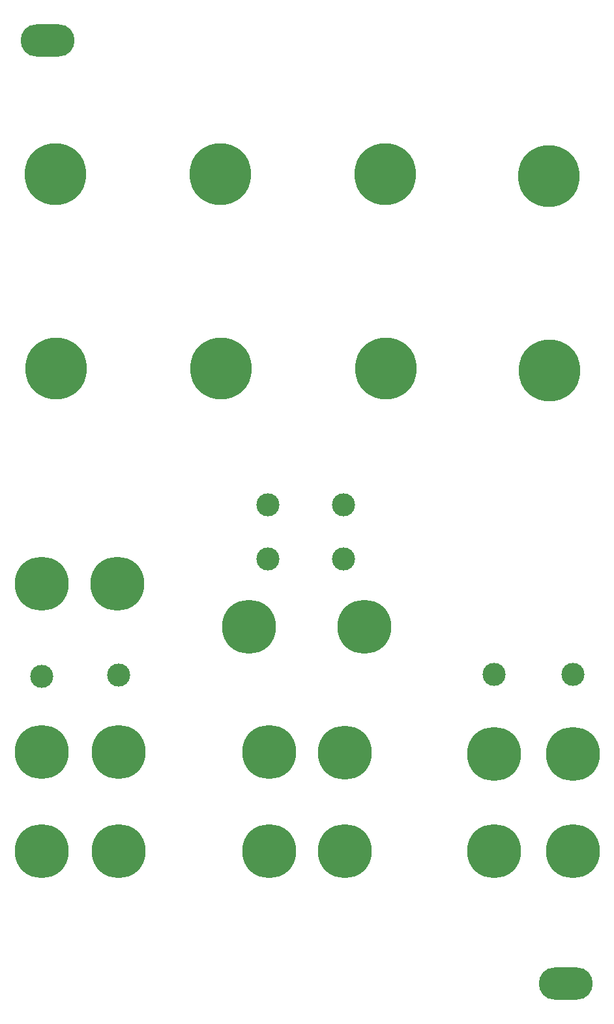
<source format=gbr>
%TF.GenerationSoftware,KiCad,Pcbnew,(6.0.8-1)-1*%
%TF.CreationDate,2023-03-17T06:51:06-04:00*%
%TF.ProjectId,panel,70616e65-6c2e-46b6-9963-61645f706362,rev?*%
%TF.SameCoordinates,Original*%
%TF.FileFunction,Soldermask,Top*%
%TF.FilePolarity,Negative*%
%FSLAX46Y46*%
G04 Gerber Fmt 4.6, Leading zero omitted, Abs format (unit mm)*
G04 Created by KiCad (PCBNEW (6.0.8-1)-1) date 2023-03-17 06:51:06*
%MOMM*%
%LPD*%
G01*
G04 APERTURE LIST*
%ADD10C,3.000000*%
%ADD11O,7.000000X4.200000*%
%ADD12C,7.000000*%
%ADD13C,8.000000*%
G04 APERTURE END LIST*
D10*
%TO.C,*%
X116400000Y-110430750D03*
%TD*%
%TO.C,*%
X126400000Y-110230750D03*
%TD*%
D11*
%TO.C,*%
X184500000Y-150300000D03*
%TD*%
%TO.C,REF\u002A\u002A*%
X117200000Y-27900000D03*
%TD*%
D12*
%TO.C,REF\u002A\u002A*%
X175200000Y-120500000D03*
%TD*%
D10*
%TO.C,*%
X145800000Y-95200000D03*
%TD*%
%TO.C,*%
X155600000Y-95200000D03*
%TD*%
D13*
%TO.C,REF\u002A\u002A*%
X182400000Y-70757500D03*
%TD*%
D10*
%TO.C,*%
X185400000Y-110200000D03*
%TD*%
D13*
%TO.C,REF\u002A\u002A*%
X118200000Y-45242500D03*
%TD*%
D12*
%TO.C,REF\u002A\u002A*%
X116400000Y-98400000D03*
%TD*%
%TO.C,REF\u002A\u002A*%
X158300000Y-104000000D03*
%TD*%
D13*
%TO.C,REF\u002A\u002A*%
X139700000Y-70500000D03*
%TD*%
D12*
%TO.C,REF\u002A\u002A*%
X155800000Y-120320000D03*
%TD*%
%TO.C,REF\u002A\u002A*%
X126400000Y-120300000D03*
%TD*%
%TO.C,REF\u002A\u002A*%
X116400000Y-120300000D03*
%TD*%
%TO.C,REF\u002A\u002A*%
X185400000Y-133100000D03*
%TD*%
D13*
%TO.C,REF\u002A\u002A*%
X182300000Y-45500000D03*
%TD*%
D12*
%TO.C,REF\u002A\u002A*%
X175200000Y-133100000D03*
%TD*%
D13*
%TO.C,REF\u002A\u002A*%
X161000000Y-45242500D03*
%TD*%
D12*
%TO.C,REF\u002A\u002A*%
X185400000Y-120500000D03*
%TD*%
D13*
%TO.C,REF\u002A\u002A*%
X118300000Y-70500000D03*
%TD*%
D10*
%TO.C,*%
X145800000Y-88200000D03*
%TD*%
D12*
%TO.C,REF\u002A\u002A*%
X126400000Y-133100000D03*
%TD*%
%TO.C,REF\u002A\u002A*%
X146000000Y-133100000D03*
%TD*%
%TO.C,REF\u002A\u002A*%
X155800000Y-133100000D03*
%TD*%
D10*
%TO.C,*%
X175200000Y-110200000D03*
%TD*%
D12*
%TO.C,REF\u002A\u002A*%
X146000000Y-120300000D03*
%TD*%
D13*
%TO.C,REF\u002A\u002A*%
X161100000Y-70500000D03*
%TD*%
D12*
%TO.C,REF\u002A\u002A*%
X126200000Y-98400000D03*
%TD*%
D10*
%TO.C,REF\u002A\u002A*%
X155600000Y-88200000D03*
%TD*%
D12*
%TO.C,REF\u002A\u002A*%
X116400000Y-133100000D03*
%TD*%
%TO.C,REF\u002A\u002A*%
X143300000Y-104000000D03*
%TD*%
D13*
%TO.C,REF\u002A\u002A*%
X139600000Y-45242500D03*
%TD*%
M02*

</source>
